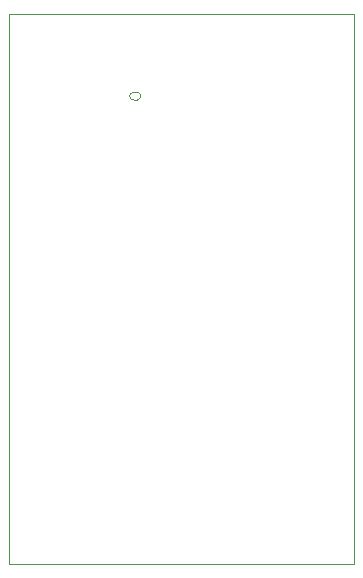
<source format=gbr>
%TF.GenerationSoftware,KiCad,Pcbnew,(6.0.7-1)-1*%
%TF.CreationDate,2022-11-20T21:12:54+11:00*%
%TF.ProjectId,esp32-clover,65737033-322d-4636-9c6f-7665722e6b69,rev?*%
%TF.SameCoordinates,Original*%
%TF.FileFunction,Profile,NP*%
%FSLAX46Y46*%
G04 Gerber Fmt 4.6, Leading zero omitted, Abs format (unit mm)*
G04 Created by KiCad (PCBNEW (6.0.7-1)-1) date 2022-11-20 21:12:54*
%MOMM*%
%LPD*%
G01*
G04 APERTURE LIST*
%TA.AperFunction,Profile*%
%ADD10C,0.100000*%
%TD*%
%TA.AperFunction,Profile*%
%ADD11C,0.010000*%
%TD*%
G04 APERTURE END LIST*
D10*
X84900000Y-32300000D02*
X84900000Y-78800000D01*
X84900000Y-32300000D02*
X114100000Y-32300000D01*
X114100000Y-32300000D02*
X114100000Y-78800000D01*
X84900000Y-78800000D02*
X114100000Y-78800000D01*
D11*
%TO.C,J1*%
X95425000Y-38892790D02*
X95725000Y-38892790D01*
X95725000Y-39542790D02*
X95425000Y-39542790D01*
X95725000Y-39542790D02*
G75*
G03*
X96050000Y-39217790I0J325000D01*
G01*
X95425000Y-38892790D02*
G75*
G03*
X95100000Y-39217790I0J-325000D01*
G01*
X95100000Y-39217790D02*
G75*
G03*
X95425000Y-39542790I325000J0D01*
G01*
X96050000Y-39217790D02*
G75*
G03*
X95725000Y-38892790I-325000J0D01*
G01*
%TD*%
M02*

</source>
